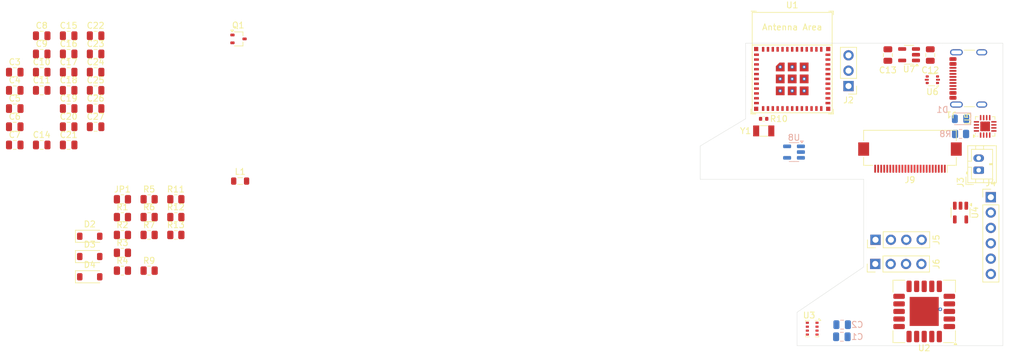
<source format=kicad_pcb>
(kicad_pcb (version 20240108) (generator "pcbnew") (generator_version "8.0")
  (layers (0 "F.Cu" signal) (1 "In1.Cu" power) (2 "In2.Cu" power) (31 "B.Cu" signal) (34 "B.Paste" user) (35 "F.Paste" user) (36 "B.SilkS" user "B.Silkscreen") (37 "F.SilkS" user "F.Silkscreen") (38 "B.Mask" user) (39 "F.Mask" user) (44 "Edge.Cuts" user))
  (net 0 "")
  (net 1 "SCL")
  (net 2 "+5V")
  (net 3 "+3V3_SEN")
  (net 4 "+5V_BUS")
  (net 5 "+3V3_MCU")
  (net 7 "VCOM")
  (net 9 "PREVGL")
  (net 10 "VBAT")
  (net 13 "Net-(U1-GPIO0{slash}ADC1_CH0{slash}XTAL_32K_P)")
  (net 16 "Net-(U1-GPIO1{slash}ADC1_CH1{slash}XTAL_32K_N)")
  (net 17 "Net-(D1-K)")
  (net 18 "Net-(D1-A)")
  (net 20 "Net-(J1-D--PadA7)")
  (net 21 "Net-(J1-D+-PadA6)")
  (net 23 "Net-(J1-CC1)")
  (net 24 "Net-(J9-Pin_22)")
  (net 31 "Net-(J9-Pin_20)")
  (net 32 "GND")
  (net 33 "Net-(J1-CC2)")
  (net 34 "UART_TX")
  (net 36 "UART_RX")
  (net 38 "Net-(U5-TS)")
  (net 39 "D-")
  (net 40 "D+")
  (net 44 "Net-(JP1-B)")
  (net 45 "Net-(JP1-A)")
  (net 47 "Net-(J9-Pin_18)")
  (net 48 "+3V3_DISP")
  (net 49 "Net-(D2-K)")
  (net 50 "Net-(D4-A)")
  (net 51 "Net-(J9-Pin_5)")
  (net 52 "PREVGH")
  (net 55 "RESE")
  (net 56 "IO14_RES")
  (net 57 "IO15_DC")
  (net 58 "IO4_BUSY")
  (net 59 "GDR")
  (net 62 "IO18_CS")
  (net 63 "IO7_SDI")
  (net 65 "IO6_SCLK")
  (net 70 "SDA")
  (footprint "Capacitor_SMD:C_0805_2012Metric" (layer "F.Cu") (at 38.225 39.8025)
    (property "Reference" "C19" (at 0 -1.68 0) (layer "F.SilkS"))
    (property "Value" "1uF")
    (pad "1" smd roundrect (at -0.95 0) (size 1 1.45) (layers "F.Cu" "F.Paste" "F.Mask") (net 47 "Net-(J9-Pin_18)"))
    (pad "2" smd roundrect (at 0.95 0) (size 1 1.45) (layers "F.Cu" "F.Paste" "F.Mask") (net 32 "GND"))
  )
  (footprint "Capacitor_SMD:C_0805_2012Metric" (layer "F.Cu") (at 29.325 45.8225)
    (property "Reference" "C7" (at 0 -1.68 0) (layer "F.SilkS"))
    (property "Value" "4.7uF")
    (pad "1" smd roundrect (at -0.95 0) (size 1 1.45) (layers "F.Cu" "F.Paste" "F.Mask") (net 32 "GND"))
    (pad "2" smd roundrect (at 0.95 0) (size 1 1.45) (layers "F.Cu" "F.Paste" "F.Mask") (net 10 "VBAT"))
  )
  (footprint "Capacitor_SMD:C_0805_2012Metric" (layer "F.Cu") (at 33.775 45.8225)
    (property "Reference" "C14" (at 0 -1.68 0) (layer "F.SilkS"))
    (property "Value" "4.7uF")
    (pad "1" smd roundrect (at -0.95 0) (size 1 1.45) (layers "F.Cu" "F.Paste" "F.Mask") (net 32 "GND"))
    (pad "2" smd roundrect (at 0.95 0) (size 1 1.45) (layers "F.Cu" "F.Paste" "F.Mask") (net 2 "+5V"))
  )
  (footprint "Package_TO_SOT_SMD:SOT-323_SC-70" (layer "F.Cu") (at 66.275 28.2875)
    (property "Reference" "Q1" (at -0.05 -2.25 0) (layer "F.SilkS"))
    (property "Value" "Si1308EDL")
    (pad "1" smd roundrect (at -1 -0.65 270) (size 0.45 0.7) (layers "F.Cu" "F.Paste" "F.Mask") (net 59 "GDR"))
    (pad "2" smd roundrect (at -1 0.65 270) (size 0.45 0.7) (layers "F.Cu" "F.Paste" "F.Mask") (net 55 "RESE"))
    (pad "3" smd roundrect (at 1 0 270) (size 0.45 0.7) (layers "F.Cu" "F.Paste" "F.Mask") (net 50 "Net-(D4-A)"))
  )
  (footprint "Capacitor_SMD:C_0805_2012Metric" (layer "F.Cu") (at 42.675 42.8125)
    (property "Reference" "C27" (at 0 -1.68 0) (layer "F.SilkS"))
    (property "Value" "1uF")
    (pad "1" smd roundrect (at -0.95 0) (size 1 1.45) (layers "F.Cu" "F.Paste" "F.Mask") (net 52 "PREVGH"))
    (pad "2" smd roundrect (at 0.95 0) (size 1 1.45) (layers "F.Cu" "F.Paste" "F.Mask") (net 32 "GND"))
  )
  (footprint "Capacitor_SMD:C_0805_2012Metric" (layer "F.Cu") (at 29.325 33.7825)
    (property "Reference" "C3" (at 0 -1.68 0) (layer "F.SilkS"))
    (property "Value" "100nF")
    (pad "1" smd roundrect (at -0.95 0) (size 1 1.45) (layers "F.Cu" "F.Paste" "F.Mask") (net 3 "+3V3_SEN"))
    (pad "2" smd roundrect (at 0.95 0) (size 1 1.45) (layers "F.Cu" "F.Paste" "F.Mask") (net 32 "GND"))
  )
  (footprint "Capacitor_SMD:C_0805_2012Metric" (layer "F.Cu") (at 38.225 33.7825)
    (property "Reference" "C17" (at 0 -1.68 0) (layer "F.SilkS"))
    (property "Value" "1uF")
    (pad "1" smd roundrect (at -0.95 0) (size 1 1.45) (layers "F.Cu" "F.Paste" "F.Mask") (net 24 "Net-(J9-Pin_22)"))
    (pad "2" smd roundrect (at 0.95 0) (size 1 1.45) (layers "F.Cu" "F.Paste" "F.Mask") (net 32 "GND"))
  )
  (footprint "Package_TO_SOT_SMD:SOT-666" (layer "F.Cu") (at 180.85 35.0375 180)
    (property "Reference" "U6" (at 0 -2 360) (layer "F.SilkS"))
    (property "Value" "USBLC6-2P6" (hide yes))
    (pad "1" smd roundrect (at -0.85 -0.5375 180) (size 0.5 0.375) (layers "F.Cu" "F.Paste" "F.Mask") (net 20 "Net-(J1-D--PadA7)"))
    (pad "2" smd roundrect (at -0.925 0 180) (size 0.65 0.3) (layers "F.Cu" "F.Paste" "F.Mask") (net 32 "GND"))
    (pad "3" smd roundrect (at -0.85 0.5375 180) (size 0.5 0.375) (layers "F.Cu" "F.Paste" "F.Mask") (net 21 "Net-(J1-D+-PadA6)"))
    (pad "4" smd roundrect (at 0.85 0.5375 180) (size 0.5 0.375) (layers "F.Cu" "F.Paste" "F.Mask") (net 40 "D+"))
    (pad "5" smd roundrect (at 0.925 0 180) (size 0.65 0.3) (layers "F.Cu" "F.Paste" "F.Mask") (net 4 "+5V_BUS"))
    (pad "6" smd roundrect (at 0.85 -0.5375 180) (size 0.5 0.375) (layers "F.Cu" "F.Paste" "F.Mask") (net 39 "D-"))
  )
  (footprint "Resistor_SMD:R_0805_2012Metric" (layer "F.Cu") (at 47.105 60.7025)
    (property "Reference" "R2" (at 0 -1.65 0) (layer "F.SilkS"))
    (property "Value" "10K")
    (pad "1" smd roundrect (at -0.9125 0) (size 1.025 1.4) (layers "F.Cu" "F.Paste" "F.Mask") (roundrect_rratio 0.243902) (net 3 "+3V3_SEN"))
    (pad "2" smd roundrect (at 0.9125 0) (size 1.025 1.4) (layers "F.Cu" "F.Paste" "F.Mask") (roundrect_rratio 0.243902) (net 70 "SDA"))
  )
  (footprint "Capacitor_SMD:C_0805_2012Metric" (layer "F.Cu") (at 33.775 36.7925)
    (property "Reference" "C11" (at 0 -1.68 0) (layer "F.SilkS"))
    (property "Value" "12pF")
    (pad "1" smd roundrect (at -0.95 0) (size 1 1.45) (layers "F.Cu" "F.Paste" "F.Mask") (net 16 "Net-(U1-GPIO1{slash}ADC1_CH1{slash}XTAL_32K_N)"))
    (pad "2" smd roundrect (at 0.95 0) (size 1 1.45) (layers "F.Cu" "F.Paste" "F.Mask") (net 32 "GND"))
  )
  (footprint "Diode_SMD:D_SOD-123" (layer "F.Cu") (at 41.71 60.9225)
    (property "Reference" "D2" (at 0 -2 0) (layer "F.SilkS"))
    (property "Value" "MBR0530")
    (pad "1" smd roundrect (at -1.65 0) (size 0.9 1.2) (layers "F.Cu" "F.Paste" "F.Mask") (net 49 "Net-(D2-K)"))
    (pad "2" smd roundrect (at 1.65 0) (size 0.9 1.2) (layers "F.Cu" "F.Paste" "F.Mask") (net 9 "PREVGL"))
  )
  (footprint "Resistor_SMD:R_0805_2012Metric" (layer "F.Cu") (at 55.925 57.7525)
    (property "Reference" "R12" (at 0 -1.65 0) (layer "F.SilkS"))
    (property "Value" "2K")
    (pad "1" smd roundrect (at -0.9125 0) (size 1.025 1.4) (layers "F.Cu" "F.Paste" "F.Mask") (roundrect_rratio 0.243902) (net 32 "GND"))
    (pad "2" smd roundrect (at 0.9125 0) (size 1.025 1.4) (layers "F.Cu" "F.Paste" "F.Mask") (roundrect_rratio 0.243902) (net 44 "Net-(JP1-B)"))
  )
  (footprint "Connector_FFC-FPC:Hirose_FH12-24S-0.5SH_1x24-1MP_P0.50mm_Horizontal" (layer "F.Cu") (at 177.15 47.9 180)
    (property "Reference" "J9" (at 0 -3.7 0) (layer "F.SilkS"))
    (property "Value" "E-Paper")
    (pad "1" smd rect (at -5.75 -1.85 180) (size 0.3 1.3) (layers "F.Cu" "F.Paste" "F.Mask"))
    (pad "2" smd rect (at -5.25 -1.85 180) (size 0.3 1.3) (layers "F.Cu" "F.Paste" "F.Mask") (net 59 "GDR"))
    (pad "3" smd rect (at -4.75 -1.85 180) (size 0.3 1.3) (layers "F.Cu" "F.Paste" "F.Mask") (net 55 "RESE"))
    (pad "4" smd rect (at -4.25 -1.85 180) (size 0.3 1.3) (layers "F.Cu" "F.Paste" "F.Mask"))
    (pad "5" smd rect (at -3.75 -1.85 180) (size 0.3 1.3) (layers "F.Cu" "F.Paste" "F.Mask") (net 51 "Net-(J9-Pin_5)"))
    (pad "6" smd rect (at -3.25 -1.85 180) (size 0.3 1.3) (layers "F.Cu" "F.Paste" "F.Mask"))
    (pad "7" smd rect (at -2.75 -1.85 180) (size 0.3 1.3) (layers "F.Cu" "F.Paste" "F.Mask"))
    (pad "8" smd rect (at -2.25 -1.85 180) (size 0.3 1.3) (layers "F.Cu" "F.Paste" "F.Mask") (net 32 "GND"))
    (pad "9" smd rect (at -1.75 -1.85 180) (size 0.3 1.3) (layers "F.Cu" "F.Paste" "F.Mask") (net 58 "IO4_BUSY"))
    (pad "10" smd rect (at -1.25 -1.85 180) (size 0.3 1.3) (layers "F.Cu" "F.Paste" "F.Mask") (net 56 "IO14_RES"))
    (pad "11" smd rect (at -0.75 -1.85 180) (size 0.3 1.3) (layers "F.Cu" "F.Paste" "F.Mask") (net 57 "IO15_DC"))
    (pad "12" smd rect (at -0.25 -1.85 180) (size 0.3 1.3) (layers "F.Cu" "F.Paste" "F.Mask") (net 62 "IO18_CS"))
    (pad "13" smd rect (at 0.25 -1.85 180) (size 0.3 1.3) (layers "F.Cu" "F.Paste" "F.Mask") (net 65 "IO6_SCLK"))
    (pad "14" smd rect (at 0.75 -1.85 180) (size 0.3 1.3) (layers "F.Cu" "F.Paste" "F.Mask") (net 63 "IO7_SDI"))
    (pad "15" smd rect (at 1.25 -1.85 180) (size 0.3 1.3) (layers "F.Cu" "F.Paste" "F.Mask") (net 48 "+3V3_DISP"))
    (pad "16" smd rect (at 1.75 -1.85 180) (size 0.3 1.3) (layers "F.Cu" "F.Paste" "F.Mask") (net 48 "+3V3_DISP"))
    (pad "17" smd rect (at 2.25 -1.85 180) (size 0.3 1.3) (layers "F.Cu" "F.Paste" "F.Mask") (net 32 "GND"))
    (pad "18" smd rect (at 2.75 -1.85 180) (size 0.3 1.3) (layers "F.Cu" "F.Paste" "F.Mask") (net 47 "Net-(J9-Pin_18)"))
    (pad "19" smd rect (at 3.25 -1.85 180) (size 0.3 1.3) (layers "F.Cu" "F.Paste" "F.Mask"))
    (pad "20" smd rect (at 3.75 -1.85 180) (size 0.3 1.3) (layers "F.Cu" "F.Paste" "F.Mask") (net 31 "Net-(J9-Pin_20)"))
    (pad "21" smd rect (at 4.25 -1.85 180) (size 0.3 1.3) (layers "F.Cu" "F.Paste" "F.Mask") (net 52 "PREVGH"))
    (pad "22" smd rect (at 4.75 -1.85 180) (size 0.3 1.3) (layers "F.Cu" "F.Paste" "F.Mask") (net 24 "Net-(J9-Pin_22)"))
    (pad "23" smd rect (at 5.25 -1.85 180) (size 0.3 1.3) (layers "F.Cu" "F.Paste" "F.Mask") (net 9 "PREVGL"))
    (pad "24" smd rect (at 5.75 -1.85 180) (size 0.3 1.3) (layers "F.Cu" "F.Paste" "F.Mask") (net 7 "VCOM"))
    (pad "MP" smd rect (at -7.65 1.4 180) (size 1.8 2.2) (layers "F.Cu" "F.Paste" "F.Mask") (net 32 "GND"))
    (pad "MP" smd rect (at 7.65 1.4 180) (size 1.8 2.2) (layers "F.Cu" "F.Paste" "F.Mask") (net 32 "GND"))
  )
  (footprint "Capacitor_SMD:C_0805_2012Metric" (layer "F.Cu") (at 42.675 39.8025)
    (property "Reference" "C26" (at 0 -1.68 0) (layer "F.SilkS"))
    (property "Value" "100nF")
    (pad "1" smd roundrect (at -0.95 0) (size 1 1.45) (layers "F.Cu" "F.Paste" "F.Mask") (net 48 "+3V3_DISP"))
    (pad "2" smd roundrect (at 0.95 0) (size 1 1.45) (layers "F.Cu" "F.Paste" "F.Mask") (net 32 "GND"))
  )
  (footprint "Capacitor_SMD:C_0805_2012Metric" (layer "F.Cu") (at 33.775 27.7625)
    (property "Reference" "C8" (at 0 -1.68 0) (layer "F.SilkS"))
    (property "Value" "100nF")
    (pad "1" smd roundrect (at -0.95 0) (size 1 1.45) (layers "F.Cu" "F.Paste" "F.Mask") (net 5 "+3V3_MCU"))
    (pad "2" smd roundrect (at 0.95 0) (size 1 1.45) (layers "F.Cu" "F.Paste" "F.Mask") (net 32 "GND"))
  )
  (footprint "Capacitor_SMD:C_0805_2012Metric" (layer "F.Cu") (at 180.5 30.95 90)
    (property "Reference" "C12" (at -2.5 0 360) (layer "F.SilkS"))
    (property "Value" "100nF" (hide yes))
    (pad "1" smd roundrect (at -0.95 0 90) (size 1 1.45) (layers "F.Cu" "F.Paste" "F.Mask") (net 2 "+5V"))
    (pad "2" smd roundrect (at 0.95 0 90) (size 1 1.45) (layers "F.Cu" "F.Paste" "F.Mask") (net 32 "GND"))
  )
  (footprint "Resistor_SMD:R_0402_1005Metric" (layer "F.Cu") (at 152.99 41.5)
    (property "Reference" "R10" (at 2.51 0 0) (layer "F.SilkS"))
    (property "Value" "10M" (hide yes))
    (pad "1" smd roundrect (at -0.51 0) (size 0.54 0.64) (layers "F.Cu" "F.Paste" "F.Mask") (net 13 "Net-(U1-GPIO0{slash}ADC1_CH0{slash}XTAL_32K_P)"))
    (pad "2" smd roundrect (at 0.51 0) (size 0.54 0.64) (layers "F.Cu" "F.Paste" "F.Mask") (net 16 "Net-(U1-GPIO1{slash}ADC1_CH1{slash}XTAL_32K_N)"))
  )
  (footprint "Diode_SMD:D_SOD-123" (layer "F.Cu") (at 41.71 67.6225)
    (property "Reference" "D4" (at 0 -2 0) (layer "F.SilkS"))
    (property "Value" "MBR0530")
    (pad "1" smd roundrect (at -1.65 0) (size 0.9 1.2) (layers "F.Cu" "F.Paste" "F.Mask") (net 52 "PREVGH"))
    (pad "2" smd roundrect (at 1.65 0) (size 0.9 1.2) (layers "F.Cu" "F.Paste" "F.Mask") (net 50 "Net-(D4-A)"))
  )
  (footprint "Connector_PinHeader_2.54mm:PinHeader_1x04_P2.54mm_Vertical" (layer "F.Cu") (at 171.42 65.5 90)
    (property "Reference" "J6" (at 0 10.08 90) (layer "F.SilkS"))
    (property "Value" "I2C_2" (hide yes))
    (pad "1" thru_hole rect (at 0 0 90) (size 1.7 1.7) (drill 1) (layers "*.Cu" "*.Mask") (net 32 "GND"))
    (pad "2" thru_hole oval (at 0 2.54 90) (size 1.7 1.7) (drill 1) (layers "*.Cu" "*.Mask") (net 3 "+3V3_SEN"))
    (pad "3" thru_hole oval (at 0 5.08 90) (size 1.7 1.7) (drill 1) (layers "*.Cu" "*.Mask") (net 1 "SCL"))
    (pad "4" thru_hole oval (at 0 7.62 90) (size 1.7 1.7) (drill 1) (layers "*.Cu" "*.Mask") (net 70 "SDA"))
  )
  (footprint "Capacitor_SMD:C_0805_2012Metric" (layer "F.Cu") (at 38.225 36.7925)
    (property "Reference" "C18" (at 0 -1.68 0) (layer "F.SilkS"))
    (property "Value" "1uF")
    (pad "1" smd roundrect (at -0.95 0) (size 1 1.45) (layers "F.Cu" "F.Paste" "F.Mask") (net 31 "Net-(J9-Pin_20)"))
    (pad "2" smd roundrect (at 0.95 0) (size 1 1.45) (layers "F.Cu" "F.Paste" "F.Mask") (net 32 "GND"))
  )
  (footprint "Capacitor_SMD:C_0805_2012Metric" (layer "F.Cu") (at 33.775 30.7725)
    (property "Reference" "C9" (at 0 -1.68 0) (layer "F.SilkS"))
    (property "Value" "1uF")
    (pad "1" smd roundrect (at -0.95 0) (size 1 1.45) (layers "F.Cu" "F.Paste" "F.Mask") (net 5 "+3V3_MCU"))
    (pad "2" smd roundrect (at 0.95 0) (size 1 1.45) (layers "F.Cu" "F.Paste" "F.Mask") (net 32 "GND"))
  )
  (footprint "Capacitor_SMD:C_0805_2012Metric" (layer "F.Cu") (at 42.675 36.7925)
    (property "Reference" "C25" (at 0 -1.68 0) (layer "F.SilkS"))
    (property "Value" "100nF")
    (pad "1" smd roundrect (at -0.95 0) (size 1 1.45) (layers "F.Cu" "F.Paste" "F.Mask") (net 2 "+5V"))
    (pad "2" smd roundrect (at 0.95 0) (size 1 1.45) (layers "F.Cu" "F.Paste" "F.Mask") (net 32 "GND"))
  )
  (footprint "Resistor_SMD:R_0805_2012Metric" (layer "F.Cu") (at 51.515 66.6025)
    (property "Reference" "R9" (at 0 -1.65 0) (layer "F.SilkS"))
    (property "Value" "10K")
    (pad "1" smd roundrect (at -0.9125 0) (size 1.025 1.4) (layers "F.Cu" "F.Paste" "F.Mask") (roundrect_rratio 0.243902) (net 45 "Net-(JP1-A)"))
    (pad "2" smd roundrect (at 0.9125 0) (size 1.025 1.4) (layers "F.Cu" "F.Paste" "F.Mask") (roundrect_rratio 0.243902) (net 32 "GND"))
  )
  (footprint "Resistor_SMD:R_0805_2012Metric" (layer "F.Cu") (at 51.515 57.7525)
    (property "Reference" "R6" (at 0 -1.65 0) (layer "F.SilkS"))
    (property "Value" "5.1K")
    (pad "1" smd roundrect (at -0.9125 0) (size 1.025 1.4) (layers "F.Cu" "F.Paste" "F.Mask") (roundrect_rratio 0.243902) (net 33 "Net-(J1-CC2)"))
    (pad "2" smd roundrect (at 0.9125 0) (size 1.025 1.4) (layers "F.Cu" "F.Paste" "F.Mask") (roundrect_rratio 0.243902) (net 32 "GND"))
  )
  (footprint "MountingHole:MountingHole_3.2mm_M3_DIN965" (layer "F.Cu") (at 189 75.5)
    (property "Reference" "H2" (hide yes))
    (property "Value" "MountingHole" (hide yes))
    (pad "" np_thru_hole circle (at 0 0) (size 3.2 3.2) (drill 3.2) (layers "*.Cu" "*.Mask"))
  )
  (footprint "Package_TO_SOT_SMD:SOT-23-5" (layer "F.Cu") (at 177 30.9 180)
    (property "Reference" "U7" (at 0 -2.4 360) (layer "F.SilkS"))
    (property "Value" "TLV73333PDBV" (hide yes))
    (pad "1" smd roundrect (at -1.1375 -0.95 180) (size 1.325 0.6) (layers "F.Cu" "F.Paste" "F.Mask") (net 2 "+5V"))
    (pad "2" smd roundrect (at -1.1375 0 180) (size 1.325 0.6) (layers "F.Cu" "F.Paste" "F.Mask") (net 32 "GND"))
    (pad "3" smd roundrect (at -1.1375 0.95 180) (size 1.325 0.6) (layers "F.Cu" "F.Paste" "F.Mask") (net 2 "+5V"))
    (pad "4" smd roundrect (at 1.1375 0.95 180) (size 1.325 0.6) (layers "F.Cu" "F.Paste" "F.Mask"))
    (pad "5" smd roundrect (at 1.1375 -0.95 180) (size 1.325 0.6) (layers "F.Cu" "F.Paste" "F.Mask") (net 5 "+3V3_MCU"))
  )
  (footprint "Connector_PinHeader_2.54mm:PinHeader_1x06_P2.54mm_Vertical" (layer "F.Cu") (at 190.5 54.46)
    (property "Reference" "J4" (at 0 -2.33 360) (layer "F.SilkS"))
    (property "Value" "SEN55")
    (pad "1" thru_hole rect (at 0 0) (size 1.7 1.7) (drill 1) (layers "*.Cu" "*.Mask") (net 2 "+5V"))
    (pad "2" thru_hole oval (at 0 2.54) (size 1.7 1.7) (drill 1) (layers "*.Cu" "*.Mask") (net 32 "GND"))
    (pad "3" thru_hole oval (at 0 5.08) (size 1.7 1.7) (drill 1) (layers "*.Cu" "*.Mask") (net 70 "SDA"))
    (pad "4" thru_hole oval (at 0 7.62) (size 1.7 1.7) (drill 1) (layers "*.Cu" "*.Mask") (net 1 "SCL"))
    (pad "5" thru_hole oval (at 0 10.16) (size 1.7 1.7) (drill 1) (layers "*.Cu" "*.Mask") (net 32 "GND"))
    (pad "6" thru_hole oval (at 0 12.7) (size 1.7 1.7) (drill 1) (layers "*.Cu" "*.Mask"))
  )
  (footprint "Capacitor_SMD:C_0805_2012Metric" (layer "F.Cu") (at 38.225 30.7725)
    (property "Reference" "C16" (at 0 -1.68 0) (layer "F.SilkS"))
    (property "Value" "1uF")
    (pad "1" smd roundrect (at -0.95 0) (size 1 1.45) (layers "F.Cu" "F.Paste" "F.Mask") (net 9 "PREVGL"))
    (pad "2" smd roundrect (at 0.95 0) (size 1 1.45) (layers "F.Cu" "F.Paste" "F.Mask") (net 32 "GND"))
  )
  (footprint "Connector_PinHeader_2.54mm:PinHeader_1x03_P2.54mm_Vertical" (layer "F.Cu") (at 167 36.08 180)
    (property "Reference" "J2" (at 0 -2.33 0) (layer "F.SilkS"))
    (property "Value" "UART" (hide yes))
    (pad "1" thru_hole rect (at 0 0 180) (size 1.7 1.7) (drill 1) (layers "*.Cu" "*.Mask") (net 32 "GND"))
    (pad "2" thru_hole oval (at 0 2.54 180) (size 1.7 1.7) (drill 1) (layers "*.Cu" "*.Mask") (net 36 "UART_RX"))
    (pad "3" thru_hole oval (at 0 5.08 180) (size 1.7 1.7) (drill 1) (layers "*.Cu" "*.Mask") (net 34 "UART_TX"))
  )
  (footprint "Capacitor_SMD:C_0805_2012Metric" (layer "F.Cu") (at 42.675 27.7625)
    (property "Reference" "C22" (at 0 -1.68 0) (layer "F.SilkS"))
    (property "Value" "4.7uF")
    (pad "1" smd roundrect (at -0.95 0) (size 1 1.45) (layers "F.Cu" "F.Paste" "F.Mask") (net 48 "+3V3_DISP"))
    (pad "2" smd roundrect (at 0.95 0) (size 1 1.45) (layers "F.Cu" "F.Paste" "F.Mask") (net 32 "GND"))
  )
  (footprint "Capacitor_SMD:C_0805_2012Metric" (layer "F.Cu") (at 42.675 30.7725)
    (property "Reference" "C23" (at 0 -1.68 0) (layer "F.SilkS"))
    (property "Value" "1uF")
    (pad "1" smd roundrect (at -0.95 0) (size 1 1.45) (layers "F.Cu" "F.Paste" "F.Mask") (net 51 "Net-(J9-Pin_5)"))
    (pad "2" smd roundrect (at 0.95 0) (size 1 1.45) (layers "F.Cu" "F.Paste" "F.Mask") (net 32 "GND"))
  )
  (footprint "Crystal:Crystal_SMD_3215-2Pin_3.2x1.5mm" (layer "F.Cu") (at 153 43.5)
    (property "Reference" "Y1" (at -3 0 0) (layer "F.SilkS"))
    (property "Value" "32.768kHz" (hide yes))
    (pad "1" smd rect (at 1.25 0) (size 1 1.8) (layers "F.Cu" "F.Paste" "F.Mask") (net 16 "Net-(U1-GPIO1{slash}ADC1_CH1{slash}XTAL_32K_N)"))
    (pad "2" smd rect (at -1.25 0) (size 1 1.8) (layers "F.Cu" "F.Paste" "F.Mask") (net 13 "Net-(U1-GPIO0{slash}ADC1_CH0{slash}XTAL_32K_P)"))
  )
  (footprint "Capacitor_SMD:C_0805_2012Metric" (layer "F.Cu") (at 38.225 45.8225)
    (property "Reference" "C21" (at 0 -1.68 0) (layer "F.SilkS"))
    (property "Value" "4.7uF")
    (pad "1" smd roundrect (at -0.95 0) (size 1 1.45) (layers "F.Cu" "F.Paste" "F.Mask") (net 49 "Net-(D2-K)"))
    (pad "2" smd roundrect (at 0.95 0) (size 1 1.45) (layers "F.Cu" "F.Paste" "F.Mask") (net 50 "Net-(D4-A)"))
  )
  (footprint "Resistor_SMD:R_0805_2012Metric" (layer "F.Cu") (at 47.105 54.8025)
    (property "Reference" "JP1" (at 0 -1.65 0) (layer "F.SilkS"))
    (property "Value" "~")
    (pad "1" smd roundrect (at -0.9125 0) (size 1.025 1.4) (layers "F.Cu" "F.Paste" "F.Mask") (roundrect_rratio 0.243902) (net 45 "Net-(JP1-A)"))
    (pad "2" smd roundrect (at 0.9125 0) (size 1.025 1.4) (layers "F.Cu" "F.Paste" "F.Mask") (roundrect_rratio 0.243902) (net 44 "Net-(JP1-B)"))
  )
  (footprint "Resistor_SMD:R_0805_2012Metric" (layer "F.Cu") (at 47.105 66.6025)
    (property "Reference" "R4" (at 0 -1.65 0) (layer "F.SilkS"))
    (property "Value" "10K")
    (pad "1" smd roundrect (at -0.9125 0) (size 1.025 1.4) (layers "F.Cu" "F.Paste" "F.Mask") (roundrect_rratio 0.243902) (net 3 "+3V3_SEN"))
    (pad "2" smd roundrect (at 0.9125 0) (size 1.025 1.4) (layers "F.Cu" "F.Paste" "F.Mask") (roundrect_rratio 0.243902) (net 70 "SDA"))
  )
  (footprint "Package_DFN_QFN:VQFN-16-1EP_3x3mm_P0.5mm_EP1.6x1.6mm" (layer "F.Cu") (at 189.5625 42.75 90)
    (property "Reference" "U5" (at 1.25 -2.83 90) (layer "F.SilkS"))
    (property "Value" "BQ24075RGT" (hide yes))
    (pad "1" smd roundrect (at -1.4375 -0.75 90) (size 0.875 0.25) (layers "F.Cu" "F.Paste" "F.Mask") (net 38 "Net-(U5-TS)"))
    (pad "2" smd roundrect (at -1.4375 -0.25 90) (size 0.875 0.25) (layers "F.Cu" "F.Paste" "F.Mask") (net 10 "VBAT"))
    (pad "3" smd roundrect (at -1.4375 0.25 90) (size 0.875 0.25) (layers "F.Cu" "F.Paste" "F.Mask") (net 10 "VBAT"))
    (pad "4" smd roundrect (at -1.4375 0.75 90) (size 0.875 0.25) (layers "F.Cu" "F.Paste" "F.Mask") (net 32 "GND"))
    (pad "5" smd roundrect (at -0.75 1.4375 90) (size 0.25 0.875) (layers "F.Cu" "F.Paste" "F.Mask") (net 32 "GND"))
    (pad "6" smd roundrect (at -0.25 1.4375 90) (size 0.25 0.875) (layers "F.Cu" "F.Paste" "F.Mask") (net 2 "+5V"))
    (pad "7" smd roundrect (at 0.25 1.4375 90) (size 0.25 0.875) (layers "F.Cu" "F.Paste" "F.Mask"))
    (pad "8" smd roundrect (at 0.75 1.4375 90) (size 0.25 0.875) (layers "F.Cu" "F.Paste" "F.Mask") (net 32 "GND"))
    (pad "9" smd roundrect (at 1.4375 0.75 90) (size 0.875 0.25) (layers "F.Cu" "F.Paste" "F.Mask") (net 17 "Net-(D1-K)"))
    (pad "10" smd roundrect (at 1.4375 0.25 90) (size 0.875 0.25) (layers "F.Cu" "F.Paste" "F.Mask") (net 2 "+5V"))
    (pad "11" smd roundrect (at 1.4375 -0.25 90) (size 0.875 0.25) (layers "F.Cu" "F.Paste" "F.Mask") (net 2 "+5V"))
    (pad "12" smd roundrect (at 1.4375 -0.75 90) (size 0.875 0.25) (layers "F.Cu" "F.Paste" "F.Mask"))
    (pad "13" smd roundrect (at 0.75 -1.4375 90) (size 0.25 0.875) (layers "F.Cu" "F.Paste" "F.Mask") (net 4 "+5V_BUS"))
    (pad "14" smd roundrect (at 0.25 -1.4375 90) (size 0.25 0.875) (layers "F.Cu" "F.Paste" "F.Mask"))
    (pad "15" smd roundrect (at -0.25 -1.4375 90) (size 0.25 0.875) (layers "F.Cu" "F.Paste" "F.Mask") (net 32 "GND"))
    (pad "16" smd roundrect (at -0.75 -1.4375 90) (size 0.25 0.875) (layers "F.Cu" "F.Paste" "F.Mask") (net 45 "Net-(JP1-A)"))
    (pad "17" smd rect (at 0 0 90) (size 1.6 1.6) (property pad_prop_heatsink) (layers "F.Cu" "F.Mask") (net 32 "GND"))
  )
  (footprint "PCBs:YAAQS_PCB" (layer "F.Cu") (at 161 46)
    (property "Reference" "PCB1" (hide yes))
    (property "Value" "~" (hide yes))
    (fp_line (start -18.5 0) (end -11 -4.5) (stroke (width 0.05)) (layer "Edge.Cuts"))
    (fp_line (start -18.5 5.5) (end -18.5 0) (stroke (width 0.05)) (layer "Edge.Cuts"))
    (fp_line (start -11 -17) (end 21.5 -17) (stroke (width 0.05)) (layer "Edge.Cuts"))
    (fp_line (start -11 -11.5) (end -11 -17) (stroke (width 0.05)) (layer "Edge.Cuts"))
    (fp_line (start -11 -4.5) (end -11 -11.5) (stroke (width 0.05)) (layer "Edge.Cuts"))
    (fp_line (start -2.5 27.5) (end 8.5 20) (stroke (width 0.05)) (layer "Edge.Cuts"))
    (fp_line (start -2.5 33) (end -2.5 27.5) (stroke (width 0.05)) (layer "Edge.Cuts"))
    (fp_line (start 8.5 5.5) (end -18.5 5.5) (stroke (width 0.05)) (layer "Edge.Cuts"))
    (fp_line (start 8.5 20) (end 8.5 5.5) (stroke (width 0.05)) (layer "Edge.Cuts"))
    (fp_line (start 21.5 33) (end -2.5 33) (stroke (width 0.05)) (layer "Edge.Cuts"))
    (fp_line (start 21.5 33) (end 31.5 33) (stroke (width 0.05)) (layer "Edge.Cuts"))
    (fp_line (start 31.5 -17) (end 21.5 -17) (stroke (width 0.05)) (layer "Edge.Cuts"))
    (fp_line (start 31.5 33) (end 31.5 -17) (stroke (width 0.05)) (layer "Edge.Cuts"))
  )
  (footprint "Connector_PinHeader_2.54mm:PinHeader_1x04_P2.54mm_Vertical" (layer "F.Cu") (at 171.46 61.5 90)
    (property "Reference" "J5" (at 0 10.04 90) (layer "F.SilkS"))
    (property "Value" "I2C_1" (hide yes))
    (pad "1" thru_hole rect (at 0 0 90) (size 1.7 1.7) (drill 1) (layers "*.Cu" "*.Mask") (net 32 "GND"))
    (pad "2" thru_hole oval (at 0 2.54 90) (size 1.7 1.7) (drill 1) (layers "*.Cu" "*.Mask") (net 3 "+3V3_SEN"))
    (pad "3" thru_hole oval (at 0 5.08 90) (size 1.7 1.7) (drill 1) (layers "*.Cu" "*.Mask") (net 1 "SCL"))
    (pad "4" thru_hole oval (at 0 7.62 90) (size 1.7 1.7) (drill 1) (layers "*.Cu" "*.Mask") (net 70 "SDA"))
  )
  (footprint "Diode_SMD:D_SOD-123" (layer "F.Cu") (at 41.71 64.2725)
    (property "Reference" "D3" (at 0 -2 0) (layer "F.SilkS"))
    (property "Value" "MBR0530")
    (pad "1" smd roundrect (at -1.65 0) (size 0.9 1.2) (layers "F.Cu" "F.Paste" "F.Mask") (net 32 "GND"))
    (pad "2" smd roundrect (at 1.65 0) (size 0.9 1.2) (layers "F.Cu" "F.Paste" "F.Mask") (net 49 "Net-(D2-K)"))
  )
  (footprint "Capacitor_SMD:C_0805_2012Metric" (layer "F.Cu") (at 38.225 42.8125)
    (property "Reference" "C20" (at 0 -1.68 0) (layer "F.SilkS"))
    (property "Value" "1uF")
    (pad "1" smd roundrect (at -0.95 0) (size 1 1.45) (layers "F.Cu" "F.Paste" "F.Mask") (net 48 "+3V3_DISP"))
    (pad "2" smd roundrect (at 0.95 0) (size 1 1.45) (layers "F.Cu" "F.Paste" "F.Mask") (net 32 "GND"))
  )
  (footprint "Package_LGA:Bosch_LGA-8_2x2.5mm_P0.65mm_ClockwisePinNumbering" (layer "F.Cu") (at 161 76.2 -90)
    (property "Reference" "U3" (at -2.2 0.5 180) (layer "F.SilkS"))
    (property "Value" "BMP280" (hide yes))
    (pad "1" smd rect (at -0.975 -0.8) (size 0.5 0.35) (layers "F.Cu" "F.Paste" "F.Mask") (net 32 "GND"))
    (pad "2" smd rect (at -0.325 -0.8) (size 0.5 0.35) (layers "F.Cu" "F.Paste" "F.Mask") (net 3 "+3V3_SEN"))
    (pad "3" smd rect (at 0.325 -0.8) (size 0.5 0.35) (layers "F.Cu" "F.Paste" "F.Mask") (net 70 "SDA"))
    (pad "4" smd rect (at 0.975 -0.8) (size 0.5 0.35) (layers "F.Cu" "F.Paste" "F.Mask") (net 1 "SCL"))
    (pad "5" smd rect (at 0.975 0.8) (size 0.5 0.35) (layers "F.Cu" "F.Paste" "F.Mask") (net 32 "GND"))
    (pad "6" smd rect (at 0.325 0.8) (size 0.5 0.35) (layers "F.Cu" "F.Paste" "F.Mask") (net 3 "+3V3_SEN"))
    (pad "7" smd rect (at -0.325 0.8) (size 0.5 0.35) (layers "F.Cu" "F.Paste" "F.Mask") (net 32 "GND"))
    (pad "8" smd rect (at -0.975 0.8) (size 0.5 0.35) (layers "F.Cu" "F.Paste" "F.Mask") (net 3 "+3V3_SEN"))
  )
  (footprint "Package_TO_SOT_SMD:SOT-23-5" (layer "F.Cu") (at 185.5 57 -90)
    (property "Reference" "U4" (at 0 -2.4 90) (layer "F.SilkS"))
    (property "Value" "TLV73333PDBV" (hide yes))
    (pad "1" smd roundrect (at -1.1375 -0.95 270) (size 1.325 0.6) (layers "F.Cu" "F.Paste" "F.Mask") (net 2 "+5V"))
    (pad "2" smd roundrect (at -1.1375 0 270) (size 1.325 0.6) (layers "F.Cu" "F.Paste" "F.Mask") (net 32 "GND"))
    (pad "3" smd roundrect (at -1.1375 0.95 270) (size 1.325 0.6) (layers "F.Cu" "F.Paste" "F.Mask") (net 2 "+5V"))
    (pad "4" smd roundrect (at 1.1375 0.95 270) (size 1.325 0.6) (layers "F.Cu" "F.Paste" "F.Mask"))
    (pad "5" smd roundrect (at 1.1375 -0.95 270) (size 1.325 0.6) (layers "F.Cu" "F.Paste" "F.Mask") (net 3 "+3V3_SEN"))
  )
  (footprint "Capacitor_SMD:C_0805_2012Metric" (layer "F.Cu") (at 38.225 27.7625)
    (property "Reference" "C15" (at 0 -1.68 0) (layer "F.SilkS"))
    (property "Value" "1uF")
    (pad "1" smd roundrect (at -0.95 0) (size 1 1.45) (layers "F.Cu" "F.Paste" "F.Mask") (net 7 "VCOM"))
    (pad "2" smd roundrect (at 0.95 0) (size 1 1.45) (layers "F.Cu" "F.Paste" "F.Mask") (net 32 "GND"))
  )
  (footprint "Resistor_SMD:R_0805_2012Metric" (layer "F.Cu") (at 55.925 60.7025)
    (property "Reference" "R13" (at 0 -1.65 0) (layer "F.SilkS"))
    (property "Value" "0.47R")
    (pad "1" smd roundrect (at -0.9125 0) (size 1.025 1.4) (layers "F.Cu" "F.Paste" "F.Mask") (roundrect_rratio 0.243902) (net 55 "RESE"))
    (pad "2" smd roundrect (at 0.9125 0) (size 1.025 1.4) (layers "F.Cu" "F.Paste" "F.Mask") (roundrect_rratio 0.243902) (net 32 "GND"))
  )
  (footprint "Resistor_SMD:R_0805_2012Metric" (layer "F.Cu") (at 51.515 54.8025)
    (property "Reference" "R5" (at 0 -1.65 0) (layer "F.SilkS"))
    (property "Value" "5.1K")
    (pad "1" smd roundrect (at -0.9125 0) (size 1.025 1.4) (layers "F.Cu" "F.Paste" "F.Mask") (roundrect_rratio 0.243902) (net 23 "Net-(J1-CC1)"))
    (pad "2" smd roundrect (at 0.9125 0) (size 1.025 1.4) (layers "F.Cu" "F.Paste" "F.Mask") (roundrect_rratio 0.243902) (net 32 "GND"))
  )
  (footprint "Capacitor_SMD:C_0805_2012Metric" (layer "F.Cu") (at 29.325 36.7925)
    (property "Reference" "C4" (at 0 -1.68 0) (layer "F.SilkS"))
    (property "Value" "100nF")
    (pad "1" smd roundrect (at -0.95 0) (size 1 1.45) (layers "F.Cu" "F.Paste" "F.Mask") (net 2 "+5V"))
    (pad "2" smd roundrect (at 0.95 0) (size 1 1.45) (layers "F.Cu" "F.Paste" "F.Mask") (net 32 "GND"))
  )
  (footprint "Capacitor_SMD:C_0805_2012Metric" (layer "F.Cu") (at 42.675 33.7825)
    (property "Reference" "C24" (at 0 -1.68 0) (layer "F.SilkS"))
    (property "Value" "4.7uF")
    (pad "1" smd roundrect (at -0.95 0) (size 1 1.45) (layers "F.Cu" "F.Paste" "F.Mask") (net 48 "+3V3_DISP"))
    (pad "2" smd roundrect (at 0.95 0) (size 1 1.45) (layers "F.Cu" "F.Paste" "F.Mask") (net 32 "GND"))
  )
  (footprint "Resistor_SMD:R_0805_2012Metric" (layer "F.Cu") (at 47.105 63.6525)
    (property "Reference" "R3" (at 0 -1.65 0) (layer "F.SilkS"))
    (property "Value" "10K")
    (pad "1" smd roundrect (at -0.9125 0) (size 1.025 1.4) (layers "F.Cu" "F.Paste" "F.Mask") (roundrect_rratio 0.243902) (net 3 "+3V3_SEN"))
    (pad "2" smd roundrect (at 0.9125 0) (size 1.025 1.4) (layers "F.Cu" "F.Paste" "F.Mask") (roundrect_rratio 0.243902) (net 1 "SCL"))
  )
  (footprint "Resistor_SMD:R_0805_2012Metric" (layer "F.Cu") (at 51.515 60.7025)
    (property "Reference" "R7" (at 0 -1.65 0) (layer "F.SilkS"))
    (property "Value" "10K")
    (pad "1" smd roundrect (at -0.9125 0) (size 1.025 1.4) (layers "F.Cu" "F.Paste" "F.Mask") (roundrect_rratio 0.243902) (net 38 "Net-(U5-TS)"))
    (pad "2" smd roundrect (at 0.9125 0) (size 1.025 1.4) (layers "F.Cu" "F.Paste" "F.Mask") (roundrect_rratio 0.243902) (net 32 "GND"))
  )
  (footprint "Sensor:Sensirion_SCD4x-1EP_10.1x10.1mm_P1.25mm_EP4.8x4.8mm" (layer "F.Cu") (at 179.5 73.35 180)
    (property "Reference" "U2" (at 0 -6.05 360) (layer "F.SilkS"))
    (property "Value" "SCD41-D-R2" (hide yes))
    (pad "1" smd roundrect (at -4.15 -2.5 180) (size 1.9 0.85) (layers "F.Cu" "F.Paste" "F.Mask"))
    (pad "2" smd roundrect (at -4.15 -1.25 180) (size 1.9 0.85) (layers "F.Cu" "F.Paste" "F.Mask"))
    (pad "3" smd roundrect (at -4.15 0 180) (size 1.9 0.85) (layers "F.Cu" "F.Paste" "F.Mask"))
    (pad "4" smd roundrect (at -4.15 1.25 180) (size 1.9 0.85) (layers "F.Cu" "F.Paste" "F.Mask"))
    (pad "5" smd roundrect (at -4.15 2.5 180) (size 1.9 0.85) (layers "F.Cu" "F.Paste" "F.Mask"))
    (pad "6" smd roundrect (at -2.5 4.15 180) (size 0.85 1.9) (layers "F.Cu" "F.Paste" "F.Mask") (net 32 "GND"))
    (pad "7" smd roundrect (at -1.25 4.15 180) (size 0.85 1.9) (layers "F.Cu" "F.Paste" "F.Mask") (net 3 "+3V3_SEN"))
    (pad "8" smd roundrect (at 0 4.15 180) (size 0.85 1.9) (layers "F.Cu" "F.Paste" "F.Mask"))
    (pad "9" smd roundrect (at 1.25 4.15 180) (size 0.85 1.9) (layers "F.Cu" "F.Paste" "F.Mask") (net 1 "SCL"))
    (pad "10" smd roundrect (at 2.5 4.15 180) (size 0.85 1.9) (layers "F.Cu" "F.Paste" "F.Mask") (net 70 "SDA"))
    (pad "11" smd roundrect (at 4.15 2.5 180) (size 1.9 0.85) (layers "F.Cu" "F.Paste" "F.Mask"))
    (pad "12" smd roundrect (at 4.15 1.25 180) (size 1.9 0.85) (layers "F.Cu" "F.Paste" "F.Mask"))
    (pad "13" smd roundrect (at 4.15 0 180) (size 1.9 0.85) (layers "F.Cu" "F.Paste" "F.Mask"))
    (pad "14" smd roundrect (at 4.15 -1.25 180) (size 1.9 0.85) (layers "F.Cu" "F.Paste" "F.Mask"))
    (pad "15" smd roundrect (at 4.15 -2.5 180) (size 1.9 0.85) (layers "F.Cu" "F.Paste" "F.Mask"))
    (pad "16" smd roundrect (at 2.5 -4.15 180) (size 0.85 1.9) (layers "F.Cu" "F.Paste" "F.Mask"))
    (pad "17" smd roundrect (at 1.25 -4.15 180) (size 0.85 1.9) (layers "F.Cu" "F.Paste" "F.Mask"))
    (pad "18" smd roundrect (at 0 -4.15 180) (size 0.85 1.9) (layers "F.Cu" "F.Paste" "F.Mask"))
    (pad "19" smd roundrect (at -1.25 -4.15 180) (size 0.85 1.9) (layers "F.Cu" "F.Paste" "F.Mask") (net 3 "+3V3_SEN"))
    (pad "20" smd roundrect (at -2.5 -4.15 180) (size 0.85 1.9) (layers "F.Cu" "F.Paste" "F.Mask") (net 32 "GND"))
    (pad "21" smd rect (at 0 0 180) (size 4.8 4.8) (property pad_prop_heatsink) (layers "F.Cu" "F.Mask") (net 32 "GND"))
  )
  (footprint "Capacitor_SMD:C_0805_2012Metric" (layer "F.Cu") (at 29.325 42.8125)
    (property "Reference" "C6" (at 0 -1.68 0) (layer "F.SilkS"))
    (property "Value" "1uF")
    (pad "1" smd roundrect (at -0.95 0) (size 1 1.45) (layers "F.Cu" "F.Paste" "F.Mask") (net 4 "+5V_BUS"))
    (pad "2" smd roundrect (at 0.95 0) (size 1 1.45) (layers "F.Cu" "F.Paste" "F.Mask") (net 32 "GND"))
  )
  (footprint "Connector_USB:USB_C_Receptacle_GCT_USB4105-xx-A_16P_TopMnt_Horizontal" (layer "F.Cu") (at 187.925 34.82 90)
    (property "Reference" "J1" (at -6 -4 180) (layer "F.SilkS"))
    (property "Value" "USB_C_Receptacle_USB2.0_16P" (hide yes))
    (pad "" np_thru_hole circle (at -2.89 -2.605 90) (size 0.65 0.65) (drill 0.65) (layers "F&B.Cu" "*.Mask"))
    (pad "" np_thru_hole circle (at 2.89 -2.605 90) (size 0.65 0.65) (drill 0.65) (layers "F&B.Cu" "*.Mask"))
    (pad "A1" smd roundrect (at -3.2 -3.68 90) (size 0.6 1.15) (layers "F.Cu" "F.Paste" "F.Mask") (net 32 "GND"))
    (pad "A4" smd roundrect (at -2.4 -3.68 90) (size 0.6 1.15) (layers "F.Cu" "F.Paste" "F.Mask") (net 4 "+5V_BUS"))
    (pad "A5" smd roundrect (at -1.25 -3.68 90) (size 0.3 1.15) (layers "F.Cu" "F.Paste" "F.Mask") (net 23 "Net-(J1-CC1)"))
    (pad "A6" smd roundrect (at -0.25 -3.68 90) (size 0.3 1.15) (layers "F.Cu" "F.Paste" "F.Mask") (net 21 "Net-(J1-D+-PadA6)"))
    (pad "A7" smd roundrect (at 0.25 -3.68 90) (size 0.3 1.15) (layers "F.Cu" "F.Paste" "F.Mask") (net 20 "Net-(J1-D--PadA7)"))
    (pad "A8" smd roundrect (at 1.25 -3.68 90) (size 0.3 1.15) (layers "F.Cu" "F.Paste" "F.Mask"))
    (pad "A9" smd roundrect (at 2.4 -3.68 90) (size 0.6 1.15) (layers "F.Cu" "F.Paste" "F.Mask") (net 4 "+5V_BUS"))
    (pad "A12" smd roundrect (at 3.2 -3.68 90) (size 0.6 1.15) (layers "F.Cu" "F.Paste" "F.Mask") (net 32 "GND"))
    (pad "B1" smd roundrect (at 3.2 -3.68 90) (size 0.6 1.15) (layers "F.Cu" "F.Paste" "F.Mask") (net 32 "GND"))
    (pad "B4" smd roundrect (at 2.4 -3.68 90) (size 0.6 1.15) (layers "F.Cu" "F.Paste" "F.Mask") (net 4 "+5V_BUS"))
    (pad "B5" smd roundrect (at 1.75 -3.68 90) (size 0.3 1.15) (layers "F.Cu" "F.Paste" "F.Mask") (net 33 "Net-(J1-CC2)"))
    (pad "B6" smd roundrect (at 0.75 -3.68 90) (size 0.3 1.15) (layers "F.Cu" "F.Paste" "F.Mask") (net 21 "Net-(J1-D+-PadA6)"))
    (pad "B7" smd roundrect (at -0.75 -3.68 90) (size 0.3 1.15) (layers "F.Cu" "F.Paste" "F.Mask") (net 20 "Net-(J1-D--PadA7)"))
    (pad "B8" smd roundrect (at -1.75 -3.68 90) (size 0.3 1.15) (layers "F.Cu" "F.Paste" "F.Mask"))
    (pad "B9" smd roundrect (at -2.4 -3.68 90) (size 0.6 1.15) (layers "F.Cu" "F.Paste" "F.Mask") (net 4 "+5V_BUS"))
    (pad "B12" smd roundrect (at -3.2 -3.68 90) (size 0.6 1.15) (layers "F.Cu" "F.Paste" "F.Mask") (net 32 "GND"))
    (pad "S1" thru_hole oval (at -4.32 -3.105 90) (size 1 2.1) (drill oval 0.6 1.7) (layers "*.Cu" "*.Mask" "F.Paste") (net 32 "GND"))
    (pad "S1" thru_hole oval (at -4.32 1.075 90) (size 1 1.8) (drill oval 0.6 1.4) (layers "*.Cu" "*.Mask" "F.Paste") (net 32 "GND"))
    (pad "S1" thru_hole oval (at 4.32 -3.105 90) (size 1 2.1) (drill oval 0.6 1.7) (layers "*.Cu" "*.Mask" "F.Paste") (net 32 "GND"))
    (pad "S1" thru_hole oval (at 4.32 1.075 90) (size 1 1.8) (drill oval 0.6 1.4) (layers "*.Cu" "*.Mask" "F.Paste") (net 32 "GND"))
  )
  (footprint "Capacitor_SMD:C_0805_2012Metric" (layer "F.Cu") (at 29.325 39.8025)
    (property "Reference" "C5" (at 0 -1.68 0) (layer "F.SilkS"))
    (property "Value" "100nF")
    (pad "1" smd roundrect (at -0.95 0) (size 1 1.45) (layers "F.Cu" "F.Paste" "F.Mask") (net 3 "+3V3_SEN"))
    (pad "2" smd roundrect (at 0.95 0) (size 1 1.45) (layers "F.Cu" "F.Paste" "F.Mask") (net 32 "GND"))
  )
  (footprint "Resistor_SMD:R_0805_2012Metric" (layer "F.Cu") (at 47.105 57.7525)
    (property "Reference" "R1" (at 0 -1.65 0) (layer "F.SilkS"))
    (property "Value" "10K")
    (pad "1" smd roundrect (at -0.9125 0) (size 1.025 1.4) (layers "F.Cu" "F.Paste" "F.Mask") (roundrect_rratio 0.243902) (net 3 "+3V3_SEN"))
    (pad "2" smd roundrect (at 0.9125 0) (size 1.025 1.4) (layers "F.Cu" "F.Paste" "F.Mask") (roundrect_rratio 0.243902) (net 1 "SCL"))
  )
  (footprint "Inductor_SMD:L_0805_2012Metric" (layer "F.Cu") (at 66.545 51.7925)
    (property "Reference" "L1" (at 0 -1.55 0) (layer "F.SilkS"))
    (property "Value" "68uH")
    (pad "1" smd roundrect (at -1.0625 0) (size 0.875 1.2) (layers "F.Cu" "F.Paste" "F.Mask") (net 48 "+3V3_DISP"))
    (pad "2" smd roundrect (at 1.0625 0) (size 0.875 1.2) (layers "F.Cu" "F.Paste" "F.Mask") (net 50 "Net-(D4-A)"))
  )
  (footprint "MountingHole:MountingHole_3.2mm_M3_DIN965" (layer "F.Cu") (at 146.5 48)
    (property "Reference" "H1" (hide yes))
    (property "Value" "MountingHole" (hide yes))
    (pad "" np_thru_hole circle (at 0 0) (size 3.2 3.2) (drill 3.2) (layers "*.Cu" "*.Mask"))
  )
  (footprint "Resistor_SMD:R_0805_2012Metric" (layer "F.Cu") (at 55.925 54.8025)
    (property "Reference" "R11" (at 0 -1.65 0) (layer "F.SilkS"))
    (property "Value" "10K")
    (pad "1" smd roundrect (at -0.9125 0) (size 1.025 1.4) (layers "F.Cu" "F.Paste" "F.Mask") (roundrect_rratio 0.243902) (net 59 "GDR"))
    (pad "2" smd roundrect (at 0.9125 0) (size 1.025 1.4) (layers "F.Cu" "F.Paste" "F.Mask") (roundrect_rratio 0.243902) (net 32 "GND"))
  )
  (footprint "Connector_JST:JST_PH_B2B-PH-K_1x02_P2.00mm_Vertical" (layer "F.Cu") (at 188.5 50 90)
    (property "Reference" "J3" (at -2 -3 90) (layer "F.SilkS"))
    (property "Value" "JST_PH_BATTERY" (hide yes))
    (pad "1" thru_hole roundrect (at 0 0 90) (size 1.2 1.75) (drill 0.75) (layers "*.Cu" "*.Mask") (roundrect_rratio 0.208333) (net 10 "VBAT"))
    (pad "2" thru_hole oval (at 2 0 90) (size 1.2 1.75) (drill 0.75) (layers "*.Cu" "*.Mask") (net 32 "GND"))
  )
  (footprint "Capacitor_SMD:C_0805_2012Metric" (layer "F.Cu") (at 33.775 33.7825)
    (property "Reference" "C10" (at 0 -1.68 0) (layer "F.SilkS"))
    (property "Value" "12pF")
    (pad "1" smd roundrect (at -0.95 0) (size 1 1.45) (layers "F.Cu" "F.Paste" "F.Mask") (net 13 "Net-(U1-GPIO0{slash}ADC1_CH0{slash}XTAL_32K_P)"))
    (pad "2" smd roundrect (at 0.95 0) (size 1 1.45) (layers "F.Cu" "F.Paste" "F.Mask") (net 32 "GND"))
  )
  (footprint "PCM_Espressif:ESP32-C6-MINI-1" (layer "F.Cu") (at 157.7 32.2)
    (property "Reference" "U1" (at 0 -9.5 360) (layer "F.SilkS"))
    (property "Value" "ESP32-C6-MINI-1/U" (hide yes))
    (fp_text user "Antenna Area" (at 0 -5.85 360) (layer "F.SilkS"))
    (pad "1" smd rect (at -5.9 -1.3 90) (size 0.4 0.8) (layers "F.Cu" "F.Paste" "F.Mask") (net 32 "GND"))
    (pad "2" smd rect (at -5.9 -0.5 90) (size 0.4 0.8) (layers "F.Cu" "F.Paste" "F.Mask") (net 32 "GND"))
    (pad "3" smd rect (at -5.9 0.3 90) (size 0.4 0.8) (layers "F.Cu" "F.Paste" "F.Mask") (net 5 "+3V3_MCU"))
    (pad "4" smd rect (at -5.9 1.1 90) (size 0.4 0.8) (layers "F.Cu" "F.Paste" "F.Mask"))
    (pad "5" smd rect (at -5.9 1.9 90) (size 0.4 0.8) (layers "F.Cu" "F.Paste" "F.Mask"))
    (pad "6" smd rect (at -5.9 2.7 90) (size 0.4 0.8) (layers "F.Cu" "F.Paste" "F.Mask"))
    (pad "7" smd rect (at -5.9 3.5 90) (size 0.4 0.8) (layers "F.Cu" "F.Paste" "F.Mask"))
    (pad "8" smd rect (at -5.9 4.3 90) (size 0.4 0.8) (layers "F.Cu" "F.Paste" "F.Mask") (net 5 "+3V3_MCU"))
    (pad "9" smd rect (at -5.9 5.1 90) (size 0.4 0.8) (layers "F.Cu" "F.Paste" "F.Mask") (net 58 "IO4_BUSY"))
    (pad "10" smd rect (at -5.9 5.9 90) (size 0.4 0.8) (layers "F.Cu" "F.Paste" "F.Mask"))
    (pad "11" smd rect (at -5.9 6.7 90) (size 0.4 0.8) (layers "F.Cu" "F.Paste" "F.Mask") (net 32 "GND"))
    (pad "12" smd rect (at -4.8 7.6) (size 0.4 0.8) (layers "F.Cu" "F.Paste" "F.Mask") (net 13 "Net-(U1-GPIO0{slash}ADC1_CH0{slash}XTAL_32K_P)"))
    (pad "13" smd rect (at -4 7.6) (size 0.4 0.8) (layers "F.Cu" "F.Paste" "F.Mask") (net 16 "Net-(U1-GPIO1{slash}ADC1_CH1{slash}XTAL_32K_N)"))
    (pad "14" smd rect (at -3.2 7.6) (size 0.4 0.8) (layers "F.Cu" "F.Paste" "F.Mask") (net 32 "GND"))
    (pad "15" smd rect (at -2.4 7.6) (size 0.4 0.8) (layers "F.Cu" "F.Paste" "F.Mask") (net 65 "IO6_SCLK"))
    (pad "16" smd rect (at -1.6 7.6) (size 0.4 0.8) (layers "F.Cu" "F.Paste" "F.Mask") (net 63 "IO7_SDI"))
    (pad "17" smd rect (at -0.8 7.6) (size 0.4 0.8) (layers "F.Cu" "F.Paste" "F.Mask") (net 39 "D-"))
    (pad "18" smd rect (at 0 7.6) (size 0.4 0.8) (layers "F.Cu" "F.Paste" "F.Mask") (net 40 "D+"))
    (pad "19" smd rect (at 0.8 7.6) (size 0.4 0.8) (layers "F.Cu" "F.Paste" "F.Mask") (net 56 "IO14_RES"))
    (pad "20" smd rect (at 1.6 7.6) (size 0.4 0.8) (layers "F.Cu" "F.Paste" "F.Mask") (net 57 "IO15_DC"))
    (pad "21" smd rect (at 2.4 7.6) (size 0.4 0.8) (layers "F.Cu" "F.Paste" "F.Mask"))
    (pad "22" smd rect (at 3.2 7.6) (size 0.4 0.8) (layers "F.Cu" "F.Paste" "F.Mask"))
    (pad "23" smd rect (at 4 7.6) (size 0.4 0.8) (layers "F.Cu" "F.Paste" "F.Mask"))
    (pad "24" smd rect (at 4.8 7.6) (size 0.4 0.8) (layers "F.Cu" "F.Paste" "F.Mask") (net 62 "IO18_CS"))
    (pad "25" smd rect (at 5.9 6.7 90) (size 0.4 0.8) (layers "F.Cu" "F.Paste" "F.Mask"))
    (pad "26" smd rect (at 5.9 5.9 90) (size 0.4 0.8) (layers "F.Cu" "F.Paste" "F.Mask") (net 70 "SDA"))
    (pad "27" smd rect (at 5.9 5.1 90) (size 0.4 0.8) (layers "F.Cu" "F.Paste" "F.Mask") (net 1 "SCL"))
    (pad "28" smd rect (at 5.9 4.3 90) (size 0.4 0.8) (layers "F.Cu" "F.Paste" "F.Mask"))
    (pad "29" smd rect (at 5.9 3.5 90) (size 0.4 0.8) (layers "F.Cu" "F.Paste" "F.Mask"))
    (pad "30" smd rect (at 5.9 2.7 90) (size 0.4 0.8) (layers "F.Cu" "F.Paste" "F.Mask") (net 36 "UART_RX"))
    (pad "31" smd rect (at 5.9 1.9 90) (size 0.4 0.8) (layers "F.Cu" "F.Paste" "F.Mask") (net 34 "UART_TX"))
    (pad "32" smd rect (at 5.9 1.1 90) (size 0.4 0.8) (layers "F.Cu" "F.Paste" "F.Mask"))
    (pad "33" smd rect (at 5.9 0.3 90) (size 0.4 0.8) (layers "F.Cu" "F.Paste" "F.Mask"))
    (pad "34" smd rect (at 5.9 -0.5 90) (size 0.4 0.8) (layers "F.Cu" "F.Paste" "F.Mask"))
    (pad "35" smd rect (at 5.9 -1.3 90) (size 0.4 0.8) (layers "F.Cu" "F.Paste" "F.Mask"))
    (pad "36" smd rect (at 4.8 -2.2) (size 0.4 0.8) (layers "F.Cu" "F.Paste" "F.Mask") (net 32 "GND"))
    (pad "37" smd rect (at 4 -2.2) (size 0.4 0.8) (layers "F.Cu" "F.Paste" "F.Mask") (net 32 "GND"))
    (pad "38" smd rect (at 3.2 -2.2) (size 0.4 0.8) (layers "F.Cu" "F.Paste" "F.Mask") (net 32 "GND"))
    (pad "39" smd rect (at 2.4 -2.2) (size 0.4 0.8) (layers "F.Cu" "F.Paste" "F.Mask") (net 32 "GND"))
    (pad "40" smd rect (at 1.6 -2.2) (size 0.4 0.8) (layers "F.Cu" "F.Paste" "F.Mask") (net 32 "GND"))
    (pad "41" smd rect (at 0.8 -2.2) (size 0.4 0.8) (layers "F.Cu" "F.Paste" "F.Mask") (net 32 "GND"))
    (pad "42" smd rect (at 0 -2.2) (size 0.4 0.8) (layers "F.Cu" "F.Paste" "F.Mask") (net 32 "GND"))
    (pad "43" smd rect (at -0.8 -2.2) (size 0.4 0.8) (layers "F.Cu" "F.Paste" "F.Mask") (net 32 "GND"))
    (pad "44" smd rect (at -1.6 -2.2) (size 0.4 0.8) (layers "F.Cu" "F.Paste" "F.Mask") (net 32 "GND"))
    (pad "45" smd rect (at -2.4 -2.2) (size 0.4 0.8) (layers "F.Cu" "F.Paste" "F.Mask") (net 32 "GND"))
    (pad "46" smd rect (at -3.2 -2.2) (size 0.4 0.8) (layers "F.Cu" "F.Paste" "F.Mask") (net 32 "GND"))
    (pad "47" smd rect (at -4 -2.2) (size 0.4 0.8) (layers "F.Cu" "F.Paste" "F.Mask") (net 32 "GND"))
    (pad "48" smd rect (at -4.8 -2.2) (size 0.4 0.8) (layers "F.Cu" "F.Paste" "F.Mask") (net 32 "GND"))
    (pad "49" smd custom (at -1.975 0.725) (size 0.8 0.8) (layers "F.Cu" "F.Paste" "F.Mask") (net 32 "GND") (options (clearance outline) (anchor rect)) (primitives (gr_poly (pts (xy 0.725 0.725) (xy -0.725 0.725) (xy -0.725 -0.125) (xy -0.125 -0.725) (xy 0.725 -0.725)) (width 0) (fill yes))))
    (pad "49" smd rect (at -1.975 2.7 90) (size 1.45 1.45) (layers "F.Cu" "F.Paste" "F.Mask") (net 32 "GND"))
    (pad "49" smd rect (at -1.975 4.675 90) (size 1.45 1.45) (layers "F.Cu" "F.Paste" "F.Mask") (net 32 "GND"))
    (pad "49" smd rect (at 0 0.725 90) (size 1.45 1.45) (layers "F.Cu" "F.Paste" "F.Mask") (net 32 "GND"))
    (pad "49" smd rect (at 0 2.7 90) (size 1.45 1.45) (layers "F.Cu" "F.Paste" "F.Mask") (net 32 "GND"))
    (pad "49" smd rect (at 0 4.675 90) (size 1.45 1.45) (layers "F.Cu" "F.Paste" "F.Mask") (net 32 "GND"))
    (pad "49" smd rect (at 1.975 0.725 90) (size 1.45 1.45) (layers "F.Cu" "F.Paste" "F.Mask") (net 32 "GND"))
    (pad "49" smd rect (at 1.975 2.7 90) (size 1.45 1.45) (layers "F.Cu" "F.Paste" "F.Mask") (net 32 "GND"))
    (pad "49" smd rect (at 1.975 4.675 90) (size 1.45 1.45) (layers "F.Cu" "F.Paste" "F.Mask") (net 32 "GND"))
    (pad "50" smd rect (at 5.95 -2.25 90) (size 0.7 0.7) (layers "F.Cu" "F.Paste" "F.Mask") (net 32 "GND"))
    (pad "51" smd rect (at 5.95 7.65 90) (size 0.7 0.7) (layers "F.Cu" "F.Paste" "F.Mask") (net 32 "GND"))
    (pad "52" smd rect (at -5.95 7.65 90) (size 0.7 0.7) (layers "F.Cu" "F.Paste" "F.Mask") (net 32 "GND"))
    (pad "53" smd rect (at -5.95 -2.25 90) (size 0.7 0.7) (layers "F.Cu" "F.Paste" "F.Mask") (net 32 "GND"))
  )
  (footprint "Capacitor_SMD:C_0805_2012Metric" (layer "F.Cu") (at 173.5 30.95 90)
    (property "Reference" "C13" (at -2.5 0 360) (layer "F.SilkS"))
    (property "Value" "100nF" (hide yes))
    (pad "1" smd roundrect (at -0.95 0 90) (size 1 1.45) (layers "F.Cu" "F.Paste" "F.Mask") (net 5 "+3V3_MCU"))
    (pad "2" smd roundrect (at 0.95 0 90) (size 1 1.45) (layers "F.Cu" "F.Paste" "F.Mask") (net 32 "GND"))
  )
  (footprint "Capacitor_SMD:C_0805_2012Metric" (layer "B.Cu") (at 165.95 75.54)
    (property "Reference" "C2" (at 2.5 0 360) (layer "B.SilkS") (effects (justify mirror)))
    (property "Value" "100nF" (hide yes))
    (pad "1" smd roundrect (at -0.95 0) (size 1 1.45) (layers "B.Cu" "B.Paste" "B.Mask") (net 3 "+3V3_SEN"))
    (pad "2" smd roundrect (at 0.95 0) (size 1 1.45) (layers "B.Cu" "B.Paste" "B.Mask") (net 32 "GND"))
  )
  (footprint "Package_TO_SOT_SMD:SOT-23-5" (layer "B.Cu") (at 158 47 180)
    (property "Reference" "U8" (at 0 2.4 0) (layer "B.SilkS") (effects (justify mirror)))
    (property "Value" "TLV73333PDBV")
    (pad "1" smd roundrect (at -1.1375 0.95 180) (size 1.325 0.6) (layers "B.Cu" "B.Paste" "B.Mask") (net 2 "+5V"))
    (pad "2" smd roundrect (at -1.1375 0 180) (size 1.325 0.6) (layers "B.Cu" "B.Paste" "B.Mask") (net 32 "GND"))
    (pad "3" smd roundrect (at -1.1375 -0.95 180) (size 1.325 0.6) (layers "B.Cu" "B.Paste" "B.Mask") (net 2 "+5V"))
    (pad "4" smd roundrect (at 1.1375 -0.95 180) (size 1.325 0.6) (layers "B.Cu" "B.Paste" "B.Mask"))
    (pad "5" smd roundrect (at 1.1375 0.95 180) (size 1.325 0.6) (layers "B.Cu" "B.Paste" "B.Mask") (net 48 "+3V3_DISP"))
  )
  (footprint "LED_SMD:LED_0805_2012Metric" (layer "B.Cu") (at 185.5 41.5 180)
    (property "Reference" "D1" (at 3 1.5 360) (layer "B.SilkS") (effects (justify mirror)))
    (property "Value" "LED")
    (pad "1" smd roundrect (at -0.9375 0 180) (size 0.975 1.4) (layers "B.Cu" "B.Paste" "B.Mask") (net 17 "Net-(D1-K)"))
    (pad "2" smd roundrect (at 0.9375 0 180) (size 0.975 1.4) (layers "B.Cu" "B.Paste" "B.Mask") (net 18 "Net-(D1-A)"))
  )
  (footprint "Resistor_SMD:R_0805_2012Metric" (layer "B.Cu") (at 185.5 44)
    (property "Reference" "R8" (at -2.5 0 360) (layer "B.SilkS") (effects (justify mirror)))
    (property "Value" "10K" (hide yes))
    (pad "1" smd roundrect (at -0.9125 0) (size 1.025 1.4) (layers "B.Cu" "B.Paste" "B.Mask") (roundrect_rratio 0.243902) (net 18 "Net-(D1-A)"))
    (pad "2" smd roundrect (at 0.9125 0) (size 1.025 1.4) (layers "B.Cu" "B.Paste" "B.Mask") (roundrect_rratio 0.243902) (net 2 "+5V"))
  )
  (footprint "Capacitor_SMD:C_0805_2012Metric" (layer "B.Cu") (at 165.9 77.54 180)
    (property "Reference" "C1" (at -2.55 0 360) (layer "B.SilkS") (effects (justify mirror)))
    (property "Value" "100nF" (hide yes))
    (pad "1" smd roundrect (at -0.95 0 180) (size 1 1.45) (layers "B.Cu" "B.Paste" "B.Mask") (net 32 "GND"))
    (pad "2" smd roundrect (at 0.95 0 180) (size 1 1.45) (layers "B.Cu" "B.Paste" "B.Mask") (net 3 "+3V3_SEN"))
  )
  (via (at 159.675 34.9) (size 0.6) (drill 0.3) (layers "F.Cu" "B.Cu") (net 32))
  (via (at 155.725 32.925) (size 0.6) (drill 0.3) (layers "F.Cu" "B.Cu") (net 32))
  (via (at 159.675 36.875) (size 0.6) (drill 0.3) (layers "F.Cu" "B.Cu") (net 32))
  (via (at 159.675 32.925) (size 0.6) (drill 0.3) (layers "F.Cu" "B.Cu") (net 32))
  (via (at 157.7 32.925) (size 0.6) (drill 0.3) (layers "F.Cu" "B.Cu") (net 32))
  (via (at 182.15 73) (size 0.6) (drill 0.3) (layers "F.Cu" "B.Cu") (net 32))
  (via (at 155.725 34.9) (size 0.6) (drill 0.3) (layers "F.Cu" "B.Cu") (net 32))
  (via (at 157.7 34.9) (size 0.6) (drill 0.3) (layers "F.Cu" "B.Cu") (net 32))
  (via (at 155.725 36.875) (size 0.6) (drill 0.3) (layers "F.Cu" "B.Cu") (net 32))
  (via (at 157.7 36.875) (size 0.6) (drill 0.3) (layers "F.Cu" "B.Cu") (net 32))
)
</source>
